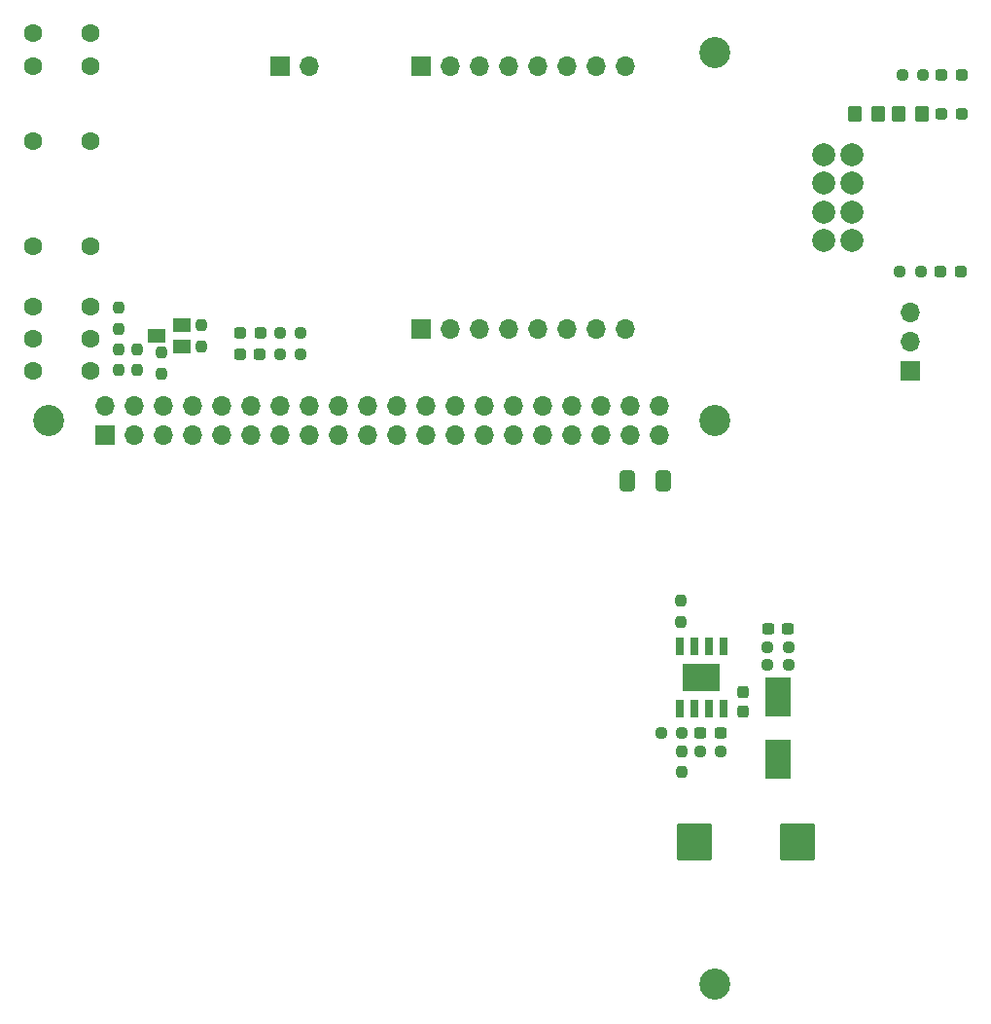
<source format=gbs>
G04 #@! TF.GenerationSoftware,KiCad,Pcbnew,(5.99.0-12980-gcf6acae791)*
G04 #@! TF.CreationDate,2022-01-10T16:17:47+01:00*
G04 #@! TF.ProjectId,ARM_RPI4_HAT,41524d5f-5250-4493-945f-4841542e6b69,rev?*
G04 #@! TF.SameCoordinates,Original*
G04 #@! TF.FileFunction,Soldermask,Bot*
G04 #@! TF.FilePolarity,Negative*
%FSLAX46Y46*%
G04 Gerber Fmt 4.6, Leading zero omitted, Abs format (unit mm)*
G04 Created by KiCad (PCBNEW (5.99.0-12980-gcf6acae791)) date 2022-01-10 16:17:47*
%MOMM*%
%LPD*%
G01*
G04 APERTURE LIST*
G04 Aperture macros list*
%AMRoundRect*
0 Rectangle with rounded corners*
0 $1 Rounding radius*
0 $2 $3 $4 $5 $6 $7 $8 $9 X,Y pos of 4 corners*
0 Add a 4 corners polygon primitive as box body*
4,1,4,$2,$3,$4,$5,$6,$7,$8,$9,$2,$3,0*
0 Add four circle primitives for the rounded corners*
1,1,$1+$1,$2,$3*
1,1,$1+$1,$4,$5*
1,1,$1+$1,$6,$7*
1,1,$1+$1,$8,$9*
0 Add four rect primitives between the rounded corners*
20,1,$1+$1,$2,$3,$4,$5,0*
20,1,$1+$1,$4,$5,$6,$7,0*
20,1,$1+$1,$6,$7,$8,$9,0*
20,1,$1+$1,$8,$9,$2,$3,0*%
G04 Aperture macros list end*
%ADD10C,2.000000*%
%ADD11C,1.600000*%
%ADD12C,2.700000*%
%ADD13R,1.700000X1.700000*%
%ADD14O,1.700000X1.700000*%
%ADD15RoundRect,0.237500X-0.287500X-0.237500X0.287500X-0.237500X0.287500X0.237500X-0.287500X0.237500X0*%
%ADD16RoundRect,0.237500X-0.250000X-0.237500X0.250000X-0.237500X0.250000X0.237500X-0.250000X0.237500X0*%
%ADD17RoundRect,0.237500X0.250000X0.237500X-0.250000X0.237500X-0.250000X-0.237500X0.250000X-0.237500X0*%
%ADD18RoundRect,0.237500X-0.237500X0.250000X-0.237500X-0.250000X0.237500X-0.250000X0.237500X0.250000X0*%
%ADD19R,0.700000X1.525000*%
%ADD20R,3.200000X2.400000*%
%ADD21RoundRect,0.237500X0.237500X-0.250000X0.237500X0.250000X-0.237500X0.250000X-0.237500X-0.250000X0*%
%ADD22RoundRect,0.312200X-1.248800X-1.313300X1.248800X-1.313300X1.248800X1.313300X-1.248800X1.313300X0*%
%ADD23RoundRect,0.237500X-0.300000X-0.237500X0.300000X-0.237500X0.300000X0.237500X-0.300000X0.237500X0*%
%ADD24RoundRect,0.250000X0.412500X0.650000X-0.412500X0.650000X-0.412500X-0.650000X0.412500X-0.650000X0*%
%ADD25RoundRect,0.250000X-0.350000X-0.450000X0.350000X-0.450000X0.350000X0.450000X-0.350000X0.450000X0*%
%ADD26RoundRect,0.237500X0.237500X-0.300000X0.237500X0.300000X-0.237500X0.300000X-0.237500X-0.300000X0*%
%ADD27RoundRect,0.237500X0.287500X0.237500X-0.287500X0.237500X-0.287500X-0.237500X0.287500X-0.237500X0*%
%ADD28RoundRect,0.101600X-0.700000X0.500000X-0.700000X-0.500000X0.700000X-0.500000X0.700000X0.500000X0*%
%ADD29R,2.300000X3.500000*%
G04 APERTURE END LIST*
D10*
X273420000Y-81825000D03*
X273420000Y-79325000D03*
X273400000Y-76825000D03*
X273400000Y-74325000D03*
X270920000Y-81825000D03*
X270920000Y-79325000D03*
X270920000Y-76825000D03*
X270920000Y-74325000D03*
D11*
X202100000Y-90400000D03*
X207100000Y-90400000D03*
X202100000Y-66700000D03*
X207100000Y-66700000D03*
X202100000Y-87600000D03*
X207100000Y-87600000D03*
X202100000Y-93200000D03*
X207100000Y-93200000D03*
X202100000Y-63800000D03*
X207100000Y-63800000D03*
X202100000Y-82300000D03*
X207100000Y-82300000D03*
X202100000Y-73200000D03*
X207100000Y-73200000D03*
D12*
X203500000Y-97500000D03*
X261500000Y-97500000D03*
X261500000Y-146500000D03*
X261500000Y-65500000D03*
D13*
X208370000Y-98770000D03*
D14*
X208370000Y-96230000D03*
X210910000Y-98770000D03*
X210910000Y-96230000D03*
X213450000Y-98770000D03*
X213450000Y-96230000D03*
X215990000Y-98770000D03*
X215990000Y-96230000D03*
X218530000Y-98770000D03*
X218530000Y-96230000D03*
X221070000Y-98770000D03*
X221070000Y-96230000D03*
X223610000Y-98770000D03*
X223610000Y-96230000D03*
X226150000Y-98770000D03*
X226150000Y-96230000D03*
X228690000Y-98770000D03*
X228690000Y-96230000D03*
X231230000Y-98770000D03*
X231230000Y-96230000D03*
X233770000Y-98770000D03*
X233770000Y-96230000D03*
X236310000Y-98770000D03*
X236310000Y-96230000D03*
X238850000Y-98770000D03*
X238850000Y-96230000D03*
X241390000Y-98770000D03*
X241390000Y-96230000D03*
X243930000Y-98770000D03*
X243930000Y-96230000D03*
X246470000Y-98770000D03*
X246470000Y-96230000D03*
X249010000Y-98770000D03*
X249010000Y-96230000D03*
X251550000Y-98770000D03*
X251550000Y-96230000D03*
X254090000Y-98770000D03*
X254090000Y-96230000D03*
X256630000Y-98770000D03*
X256630000Y-96230000D03*
D15*
X281225000Y-70800000D03*
X282975000Y-70800000D03*
D16*
X266087500Y-117200000D03*
X267912500Y-117200000D03*
D17*
X279612500Y-67400000D03*
X277787500Y-67400000D03*
D18*
X211200000Y-91287500D03*
X211200000Y-93112500D03*
D19*
X262205000Y-122580750D03*
X260935000Y-122580750D03*
X259665000Y-122580750D03*
X258395000Y-122580750D03*
X258395000Y-117156750D03*
X259665000Y-117156750D03*
X260935000Y-117156750D03*
X262205000Y-117156750D03*
D20*
X260300000Y-119868750D03*
D21*
X258500000Y-114962500D03*
X258500000Y-113137500D03*
D22*
X259729000Y-134150000D03*
X268671000Y-134150000D03*
D23*
X266137500Y-115600000D03*
X267862500Y-115600000D03*
D24*
X256962500Y-102700000D03*
X253837500Y-102700000D03*
D13*
X278525000Y-93125000D03*
D14*
X278525000Y-90585000D03*
X278525000Y-88045000D03*
D21*
X209600000Y-93112500D03*
X209600000Y-91287500D03*
D13*
X235900000Y-66650000D03*
D14*
X238440000Y-66650000D03*
X240980000Y-66650000D03*
X243520000Y-66650000D03*
X246060000Y-66650000D03*
X248600000Y-66650000D03*
X251140000Y-66650000D03*
X253680000Y-66650000D03*
D21*
X209600000Y-89512500D03*
X209600000Y-87687500D03*
X213300000Y-93412500D03*
X213300000Y-91587500D03*
D15*
X281225000Y-67400000D03*
X282975000Y-67400000D03*
D16*
X223600000Y-91700000D03*
X225425000Y-91700000D03*
D25*
X273700000Y-70800000D03*
X275700000Y-70800000D03*
D26*
X263900000Y-122793750D03*
X263900000Y-121068750D03*
D23*
X260237500Y-124650000D03*
X261962500Y-124650000D03*
D16*
X223612500Y-89900000D03*
X225437500Y-89900000D03*
D13*
X223650000Y-66650000D03*
D14*
X226190000Y-66650000D03*
D13*
X235900000Y-89500000D03*
D14*
X238440000Y-89500000D03*
X240980000Y-89500000D03*
X243520000Y-89500000D03*
X246060000Y-89500000D03*
X248600000Y-89500000D03*
X251140000Y-89500000D03*
X253680000Y-89500000D03*
D25*
X277500000Y-70800000D03*
X279500000Y-70800000D03*
D15*
X281125000Y-84500000D03*
X282875000Y-84500000D03*
D18*
X258600000Y-126237500D03*
X258600000Y-128062500D03*
D21*
X216800000Y-91012500D03*
X216800000Y-89187500D03*
D27*
X221900000Y-89900000D03*
X220150000Y-89900000D03*
D16*
X266087500Y-118750000D03*
X267912500Y-118750000D03*
D28*
X215100000Y-91050000D03*
X212900000Y-90100000D03*
X215100000Y-89150000D03*
D16*
X256787500Y-124650000D03*
X258612500Y-124650000D03*
X260187500Y-126250000D03*
X262012500Y-126250000D03*
D27*
X221875000Y-91700000D03*
X220125000Y-91700000D03*
D29*
X267000000Y-126950000D03*
X267000000Y-121550000D03*
D17*
X279412500Y-84500000D03*
X277587500Y-84500000D03*
M02*

</source>
